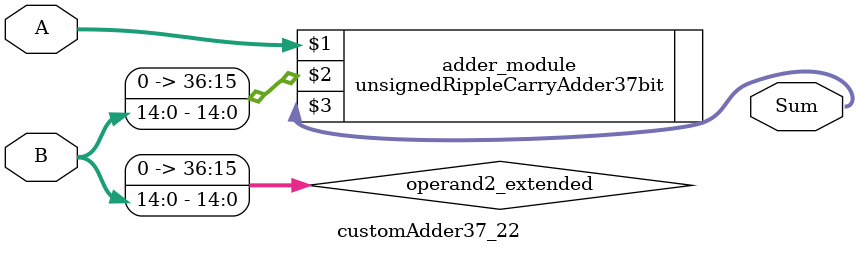
<source format=v>
module customAdder37_22(
                        input [36 : 0] A,
                        input [14 : 0] B,
                        
                        output [37 : 0] Sum
                );

        wire [36 : 0] operand2_extended;
        
        assign operand2_extended =  {22'b0, B};
        
        unsignedRippleCarryAdder37bit adder_module(
            A,
            operand2_extended,
            Sum
        );
        
        endmodule
        
</source>
